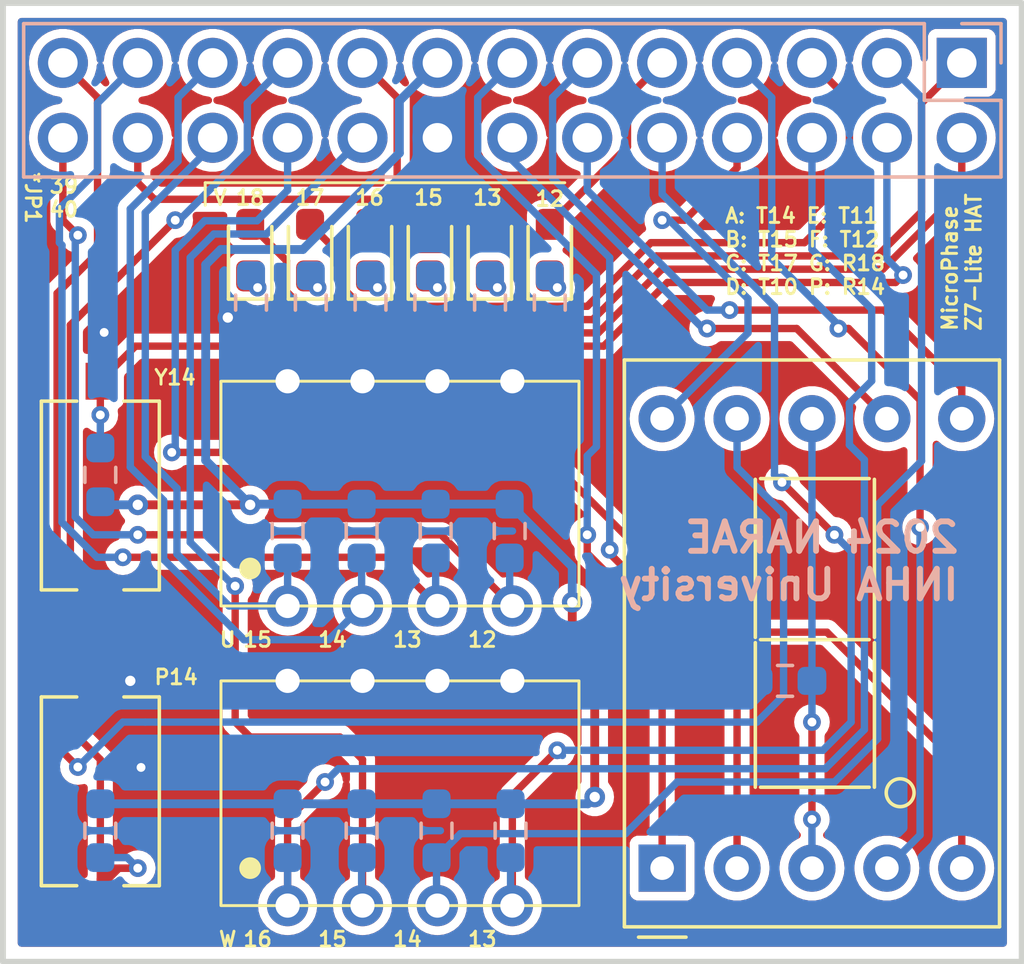
<source format=kicad_pcb>
(kicad_pcb (version 20240108) (generator "pcbnew") (generator_version "8.0")
  (layers (0 "F.Cu" signal) (31 "B.Cu" signal) (34 "B.Paste" user) (35 "F.Paste" user) (36 "B.SilkS" user "B.Silkscreen") (37 "F.SilkS" user "F.Silkscreen") (38 "B.Mask" user) (39 "F.Mask" user) (44 "Edge.Cuts" user))
  (net 0 "")
  (net 1 "/V12")
  (net 2 "Net-(D1-K)")
  (net 3 "Net-(D2-K)")
  (net 4 "/V13")
  (net 5 "Net-(D3-K)")
  (net 6 "/V15")
  (net 7 "Net-(D4-K)")
  (net 8 "/V16")
  (net 9 "Net-(D5-K)")
  (net 10 "/V17")
  (net 11 "/V18")
  (net 12 "Net-(D6-K)")
  (net 13 "GND")
  (net 14 "/T15")
  (net 15 "/Y14")
  (net 16 "/T10")
  (net 17 "/W13")
  (net 18 "+3.3V")
  (net 19 "/R14")
  (net 20 "/R18")
  (net 21 "/U13")
  (net 22 "/W16")
  (net 23 "/P14")
  (net 24 "/W14")
  (net 25 "/U12")
  (net 26 "/T11")
  (net 27 "/U15")
  (net 28 "/W15")
  (net 29 "/T17")
  (net 30 "/T14")
  (net 31 "/U14")
  (net 32 "/T12")
  (net 33 "Net-(R15-Pad1)")
  (footprint "myLibrary:KSD-04H" (layer "F.Cu") (at 50.8 102.235)
    (property "Reference" "SW1" (hide yes))
    (property "Value" "SW_DIP_x04" (hide yes))
    (pad "1" thru_hole circle (at -5.08 2.54) (size 1.4 1.4) (drill 0.82) (layers "*.Cu" "*.Mask") (net 27 "/U15"))
    (pad "2" thru_hole circle (at -2.54 2.54) (size 1.4 1.4) (drill 0.82) (layers "*.Cu" "*.Mask") (net 31 "/U14"))
    (pad "3" thru_hole circle (at 0 2.54) (size 1.4 1.4) (drill 0.82) (layers "*.Cu" "*.Mask") (net 21 "/U13"))
    (pad "4" thru_hole circle (at 2.54 2.54) (size 1.4 1.4) (drill 0.82) (layers "*.Cu" "*.Mask") (net 25 "/U12"))
    (pad "5" thru_hole circle (at 2.54 -5.08) (size 1.4 1.4) (drill 0.82) (layers "*.Cu" "*.Mask") (net 13 "GND"))
    (pad "6" thru_hole circle (at 0 -5.08) (size 1.4 1.4) (drill 0.82) (layers "*.Cu" "*.Mask") (net 13 "GND"))
    (pad "7" thru_hole circle (at -2.54 -5.08) (size 1.4 1.4) (drill 0.82) (layers "*.Cu" "*.Mask") (net 13 "GND"))
    (pad "8" thru_hole circle (at -5.08 -5.08) (size 1.4 1.4) (drill 0.82) (layers "*.Cu" "*.Mask") (net 13 "GND"))
  )
  (footprint "LED_SMD:LED_0603_1608Metric_Pad1.05x0.95mm_HandSolder" (layer "F.Cu") (at 46.482 92.71 90)
    (property "Reference" "D5" (hide yes))
    (property "Value" "LED" (hide yes))
    (pad "1" smd roundrect (at -0.875 0 90) (size 1.05 0.95) (layers "F.Cu" "F.Paste" "F.Mask") (net 9 "Net-(D5-K)"))
    (pad "2" smd roundrect (at 0.875 0 90) (size 1.05 0.95) (layers "F.Cu" "F.Paste" "F.Mask") (net 10 "/V17"))
  )
  (footprint "LED_SMD:LED_0603_1608Metric_Pad1.05x0.95mm_HandSolder" (layer "F.Cu") (at 52.578 92.71 90)
    (property "Reference" "D2" (hide yes))
    (property "Value" "LED" (hide yes))
    (pad "1" smd roundrect (at -0.875 0 90) (size 1.05 0.95) (layers "F.Cu" "F.Paste" "F.Mask") (net 3 "Net-(D2-K)"))
    (pad "2" smd roundrect (at 0.875 0 90) (size 1.05 0.95) (layers "F.Cu" "F.Paste" "F.Mask") (net 4 "/V13"))
  )
  (footprint "LED_SMD:LED_0603_1608Metric_Pad1.05x0.95mm_HandSolder" (layer "F.Cu") (at 48.514 92.71 90)
    (property "Reference" "D4" (hide yes))
    (property "Value" "LED" (hide yes))
    (pad "1" smd roundrect (at -0.875 0 90) (size 1.05 0.95) (layers "F.Cu" "F.Paste" "F.Mask") (net 7 "Net-(D4-K)"))
    (pad "2" smd roundrect (at 0.875 0 90) (size 1.05 0.95) (layers "F.Cu" "F.Paste" "F.Mask") (net 8 "/V16"))
  )
  (footprint "LED_SMD:LED_0603_1608Metric_Pad1.05x0.95mm_HandSolder" (layer "F.Cu") (at 44.45 92.71 90)
    (property "Reference" "D6" (hide yes))
    (property "Value" "LED" (hide yes))
    (pad "1" smd roundrect (at -0.875 0 90) (size 1.05 0.95) (layers "F.Cu" "F.Paste" "F.Mask") (net 12 "Net-(D6-K)"))
    (pad "2" smd roundrect (at 0.875 0 90) (size 1.05 0.95) (layers "F.Cu" "F.Paste" "F.Mask") (net 11 "/V18"))
  )
  (footprint "Button_Switch_SMD:SW_Tactile_SPST_NO_Straight_CK_PTS636Sx25SMTRLFS" (layer "F.Cu") (at 39.37 101.03 -90)
    (property "Reference" "SW3" (hide yes))
    (property "Value" "SW_Push" (hide yes))
    (pad "1" smd rect (at -3.875 0 270) (size 1.25 1) (layers "F.Cu" "F.Paste" "F.Mask") (net 15 "/Y14"))
    (pad "2" smd rect (at 3.875 0 270) (size 1.25 1) (layers "F.Cu" "F.Paste" "F.Mask") (net 13 "GND"))
  )
  (footprint "Button_Switch_SMD:SW_Tactile_SPST_NO_Straight_CK_PTS636Sx25SMTRLFS" (layer "F.Cu") (at 39.37 111.06 90)
    (property "Reference" "SW4" (hide yes))
    (property "Value" "SW_Push" (hide yes))
    (pad "1" smd rect (at -3.875 0 90) (size 1.25 1) (layers "F.Cu" "F.Paste" "F.Mask") (net 23 "/P14"))
    (pad "2" smd rect (at 3.875 0 90) (size 1.25 1) (layers "F.Cu" "F.Paste" "F.Mask") (net 13 "GND"))
  )
  (footprint "myLibrary:KSD-04H" (layer "F.Cu") (at 50.8 112.395)
    (property "Reference" "SW2" (hide yes))
    (property "Value" "SW_DIP_x04" (hide yes))
    (pad "1" thru_hole circle (at -5.08 2.54) (size 1.4 1.4) (drill 0.82) (layers "*.Cu" "*.Mask") (net 22 "/W16"))
    (pad "2" thru_hole circle (at -2.54 2.54) (size 1.4 1.4) (drill 0.82) (layers "*.Cu" "*.Mask") (net 28 "/W15"))
    (pad "3" thru_hole circle (at 0 2.54) (size 1.4 1.4) (drill 0.82) (layers "*.Cu" "*.Mask") (net 24 "/W14"))
    (pad "4" thru_hole circle (at 2.54 2.54) (size 1.4 1.4) (drill 0.82) (layers "*.Cu" "*.Mask") (net 17 "/W13"))
    (pad "5" thru_hole circle (at 2.54 -5.08) (size 1.4 1.4) (drill 0.82) (layers "*.Cu" "*.Mask") (net 13 "GND"))
    (pad "6" thru_hole circle (at 0 -5.08) (size 1.4 1.4) (drill 0.82) (layers "*.Cu" "*.Mask") (net 13 "GND"))
    (pad "7" thru_hole circle (at -2.54 -5.08) (size 1.4 1.4) (drill 0.82) (layers "*.Cu" "*.Mask") (net 13 "GND"))
    (pad "8" thru_hole circle (at -5.08 -5.08) (size 1.4 1.4) (drill 0.82) (layers "*.Cu" "*.Mask") (net 13 "GND"))
  )
  (footprint "LED_SMD:LED_0603_1608Metric_Pad1.05x0.95mm_HandSolder" (layer "F.Cu") (at 50.546 92.71 90)
    (property "Reference" "D3" (hide yes))
    (property "Value" "LED" (hide yes))
    (pad "1" smd roundrect (at -0.875 0 90) (size 1.05 0.95) (layers "F.Cu" "F.Paste" "F.Mask") (net 5 "Net-(D3-K)"))
    (pad "2" smd roundrect (at 0.875 0 90) (size 1.05 0.95) (layers "F.Cu" "F.Paste" "F.Mask") (net 6 "/V15"))
  )
  (footprint "LED_SMD:LED_0603_1608Metric_Pad1.05x0.95mm_HandSolder" (layer "F.Cu") (at 54.61 92.71 90)
    (property "Reference" "D1" (hide yes))
    (property "Value" "LED" (hide yes))
    (pad "1" smd roundrect (at -0.875 0 90) (size 1.05 0.95) (layers "F.Cu" "F.Paste" "F.Mask") (net 2 "Net-(D1-K)"))
    (pad "2" smd roundrect (at 0.875 0 90) (size 1.05 0.95) (layers "F.Cu" "F.Paste" "F.Mask") (net 1 "/V12"))
  )
  (footprint "Display_7Segment:D1X8K" (layer "F.Cu") (at 58.42 113.665 90)
    (property "Reference" "U1" (hide yes))
    (property "Value" "D148K" (hide yes))
    (pad "1" thru_hole rect (at 0 0) (size 1.6 1.6) (drill 0.8) (layers "*.Cu" "*.Mask") (net 26 "/T11"))
    (pad "2" thru_hole circle (at 0 2.54) (size 1.6 1.6) (drill 0.8) (layers "*.Cu" "*.Mask") (net 16 "/T10"))
    (pad "3" thru_hole circle (at 0 5.08) (size 1.6 1.6) (drill 0.8) (layers "*.Cu" "*.Mask") (net 33 "Net-(R15-Pad1)"))
    (pad "4" thru_hole circle (at 0 7.62) (size 1.6 1.6) (drill 0.8) (layers "*.Cu" "*.Mask") (net 29 "/T17"))
    (pad "5" thru_hole circle (at 0 10.16) (size 1.6 1.6) (drill 0.8) (layers "*.Cu" "*.Mask") (net 19 "/R14"))
    (pad "6" thru_hole circle (at 15.24 10.16) (size 1.6 1.6) (drill 0.8) (layers "*.Cu" "*.Mask") (net 14 "/T15"))
    (pad "7" thru_hole circle (at 15.24 7.62) (size 1.6 1.6) (drill 0.8) (layers "*.Cu" "*.Mask") (net 30 "/T14"))
    (pad "8" thru_hole circle (at 15.24 5.08) (size 1.6 1.6) (drill 0.8) (layers "*.Cu" "*.Mask") (net 33 "Net-(R15-Pad1)"))
    (pad "9" thru_hole circle (at 15.24 2.54) (size 1.6 1.6) (drill 0.8) (layers "*.Cu" "*.Mask") (net 32 "/T12"))
    (pad "10" thru_hole circle (at 15.24 0) (size 1.6 1.6) (drill 0.8) (layers "*.Cu" "*.Mask") (net 20 "/R18"))
  )
  (footprint "Resistor_SMD:R_0603_1608Metric_Pad0.98x0.95mm_HandSolder" (layer "B.Cu") (at 46.506 94.488 -90)
    (property "Reference" "R9" (hide yes))
    (property "Value" "220" (hide yes))
    (pad "1" smd roundrect (at -0.9125 0 270) (size 0.975 0.95) (layers "B.Cu" "B.Paste" "B.Mask") (net 9 "Net-(D5-K)"))
    (pad "2" smd roundrect (at 0.9125 0 270) (size 0.975 0.95) (layers "B.Cu" "B.Paste" "B.Mask") (net 13 "GND"))
  )
  (footprint "Resistor_SMD:R_0603_1608Metric_Pad0.98x0.95mm_HandSolder" (layer "B.Cu") (at 44.48 94.488 -90)
    (property "Reference" "R10" (hide yes))
    (property "Value" "220" (hide yes))
    (pad "1" smd roundrect (at -0.9125 0 270) (size 0.975 0.95) (layers "B.Cu" "B.Paste" "B.Mask") (net 12 "Net-(D6-K)"))
    (pad "2" smd roundrect (at 0.9125 0 270) (size 0.975 0.95) (layers "B.Cu" "B.Paste" "B.Mask") (net 13 "GND"))
  )
  (footprint "Resistor_SMD:R_0603_1608Metric_Pad0.98x0.95mm_HandSolder" (layer "B.Cu") (at 53.25 102.235 -90)
    (property "Reference" "R4" (hide yes))
    (property "Value" "1k" (hide yes))
    (pad "1" smd roundrect (at -0.9125 0 270) (size 0.975 0.95) (layers "B.Cu" "B.Paste" "B.Mask") (net 18 "+3.3V"))
    (pad "2" smd roundrect (at 0.9125 0 270) (size 0.975 0.95) (layers "B.Cu" "B.Paste" "B.Mask") (net 25 "/U12"))
  )
  (footprint "Resistor_SMD:R_0603_1608Metric_Pad0.98x0.95mm_HandSolder" (layer "B.Cu") (at 62.5875 107.315 180)
    (property "Reference" "R15" (hide yes))
    (property "Value" "220" (hide yes))
    (pad "1" smd roundrect (at -0.9125 0 180) (size 0.975 0.95) (layers "B.Cu" "B.Paste" "B.Mask") (net 33 "Net-(R15-Pad1)"))
    (pad "2" smd roundrect (at 0.9125 0 180) (size 0.975 0.95) (layers "B.Cu" "B.Paste" "B.Mask") (net 13 "GND"))
  )
  (footprint "Resistor_SMD:R_0603_1608Metric_Pad0.98x0.95mm_HandSolder" (layer "B.Cu") (at 50.77 112.395 -90)
    (property "Reference" "R13" (hide yes))
    (property "Value" "1k" (hide yes))
    (pad "1" smd roundrect (at -0.9125 0 270) (size 0.975 0.95) (layers "B.Cu" "B.Paste" "B.Mask") (net 18 "+3.3V"))
    (pad "2" smd roundrect (at 0.9125 0 270) (size 0.975 0.95) (layers "B.Cu" "B.Paste" "B.Mask") (net 24 "/W14"))
  )
  (footprint "Resistor_SMD:R_0603_1608Metric_Pad0.98x0.95mm_HandSolder" (layer "B.Cu") (at 52.584 94.488 -90)
    (property "Reference" "R6" (hide yes))
    (property "Value" "220" (hide yes))
    (pad "1" smd roundrect (at -0.9125 0 270) (size 0.975 0.95) (layers "B.Cu" "B.Paste" "B.Mask") (net 3 "Net-(D2-K)"))
    (pad "2" smd roundrect (at 0.9125 0 270) (size 0.975 0.95) (layers "B.Cu" "B.Paste" "B.Mask") (net 13 "GND"))
  )
  (footprint "Resistor_SMD:R_0603_1608Metric_Pad0.98x0.95mm_HandSolder" (layer "B.Cu") (at 45.72 112.395 -90)
    (property "Reference" "R11" (hide yes))
    (property "Value" "1k" (hide yes))
    (pad "1" smd roundrect (at -0.9125 0 270) (size 0.975 0.95) (layers "B.Cu" "B.Paste" "B.Mask") (net 18 "+3.3V"))
    (pad "2" smd roundrect (at 0.9125 0 270) (size 0.975 0.95) (layers "B.Cu" "B.Paste" "B.Mask") (net 22 "/W16"))
  )
  (footprint "Resistor_SMD:R_0603_1608Metric_Pad0.98x0.95mm_HandSolder" (layer "B.Cu") (at 39.37 112.395 -90)
    (property "Reference" "R17" (hide yes))
    (property "Value" "1k" (hide yes))
    (pad "1" smd roundrect (at -0.9125 0 270) (size 0.975 0.95) (layers "B.Cu" "B.Paste" "B.Mask") (net 18 "+3.3V"))
    (pad "2" smd roundrect (at 0.9125 0 270) (size 0.975 0.95) (layers "B.Cu" "B.Paste" "B.Mask") (net 23 "/P14"))
  )
  (footprint "Resistor_SMD:R_0603_1608Metric_Pad0.98x0.95mm_HandSolder" (layer "B.Cu") (at 54.61 94.488 -90)
    (property "Reference" "R5" (hide yes))
    (property "Value" "220" (hide yes))
    (pad "1" smd roundrect (at -0.9125 0 270) (size 0.975 0.95) (layers "B.Cu" "B.Paste" "B.Mask") (net 2 "Net-(D1-K)"))
    (pad "2" smd roundrect (at 0.9125 0 270) (size 0.975 0.95) (layers "B.Cu" "B.Paste" "B.Mask") (net 13 "GND"))
  )
  (footprint "Resistor_SMD:R_0603_1608Metric_Pad0.98x0.95mm_HandSolder" (layer "B.Cu") (at 50.74 102.235 -90)
    (property "Reference" "R3" (hide yes))
    (property "Value" "1k" (hide yes))
    (pad "1" smd roundrect (at -0.9125 0 270) (size 0.975 0.95) (layers "B.Cu" "B.Paste" "B.Mask") (net 18 "+3.3V"))
    (pad "2" smd roundrect (at 0.9125 0 270) (size 0.975 0.95) (layers "B.Cu" "B.Paste" "B.Mask") (net 21 "/U13"))
  )
  (footprint "Resistor_SMD:R_0603_1608Metric_Pad0.98x0.95mm_HandSolder" (layer "B.Cu") (at 39.37 100.33 90)
    (property "Reference" "R16" (hide yes))
    (property "Value" "1k" (hide yes))
    (pad "1" smd roundrect (at -0.9125 0 90) (size 0.975 0.95) (layers "B.Cu" "B.Paste" "B.Mask") (net 18 "+3.3V"))
    (pad "2" smd roundrect (at 0.9125 0 90) (size 0.975 0.95) (layers "B.Cu" "B.Paste" "B.Mask") (net 15 "/Y14"))
  )
  (footprint "Resistor_SMD:R_0603_1608Metric_Pad0.98x0.95mm_HandSolder" (layer "B.Cu") (at 45.72 102.235 -90)
    (property "Reference" "R1" (hide yes))
    (property "Value" "1k" (hide yes))
    (pad "1" smd roundrect (at -0.9125 0 270) (size 0.975 0.95) (layers "B.Cu" "B.Paste" "B.Mask") (net 18 "+3.3V"))
    (pad "2" smd roundrect (at 0.9125 0 270) (size 0.975 0.95) (layers "B.Cu" "B.Paste" "B.Mask") (net 27 "/U15"))
  )
  (footprint "Resistor_SMD:R_0603_1608Metric_Pad0.98x0.95mm_HandSolder" (layer "B.Cu") (at 50.558 94.488 -90)
    (property "Reference" "R7" (hide yes))
    (property "Value" "220" (hide yes))
    (pad "1" smd roundrect (at -0.9125 0 270) (size 0.975 0.95) (layers "B.Cu" "B.Paste" "B.Mask") (net 5 "Net-(D3-K)"))
    (pad "2" smd roundrect (at 0.9125 0 270) (size 0.975 0.95) (layers "B.Cu" "B.Paste" "B.Mask") (net 13 "GND"))
  )
  (footprint "Resistor_SMD:R_0603_1608Metric_Pad0.98x0.95mm_HandSolder" (layer "B.Cu") (at 48.23 112.395 -90)
    (property "Reference" "R12" (hide yes))
    (property "Value" "1k" (hide yes))
    (pad "1" smd roundrect (at -0.9125 0 270) (size 0.975 0.95) (layers "B.Cu" "B.Paste" "B.Mask") (net 18 "+3.3V"))
    (pad "2" smd roundrect (at 0.9125 0 270) (size 0.975 0.95) (layers "B.Cu" "B.Paste" "B.Mask") (net 28 "/W15"))
  )
  (footprint "Resistor_SMD:R_0603_1608Metric_Pad0.98x0.95mm_HandSolder" (layer "B.Cu") (at 48.23 102.235 -90)
    (property "Reference" "R2" (hide yes))
    (property "Value" "1k" (hide yes))
    (pad "1" smd roundrect (at -0.9125 0 270) (size 0.975 0.95) (layers "B.Cu" "B.Paste" "B.Mask") (net 18 "+3.3V"))
    (pad "2" smd roundrect (at 0.9125 0 270) (size 0.975 0.95) (layers "B.Cu" "B.Paste" "B.Mask") (net 31 "/U14"))
  )
  (footprint "Resistor_SMD:R_0603_1608Metric_Pad0.98x0.95mm_HandSolder" (layer "B.Cu") (at 48.532 94.488 -90)
    (property "Reference" "R8" (hide yes))
    (property "Value" "220" (hide yes))
    (pad "1" smd roundrect (at -0.9125 0 270) (size 0.975 0.95) (layers "B.Cu" "B.Paste" "B.Mask") (net 7 "Net-(D4-K)"))
    (pad "2" smd roundrect (at 0.9125 0 270) (size 0.975 0.95) (layers "B.Cu" "B.Paste" "B.Mask") (net 13 "GND"))
  )
  (footprint "Resistor_SMD:R_0603_1608Metric_Pad0.98x0.95mm_HandSolder" (layer "B.Cu") (at 53.28 112.395 -90)
    (property "Reference" "R14" (hide yes))
    (property "Value" "1k" (hide yes))
    (pad "1" smd roundrect (at -0.9125 0 270) (size 0.975 0.95) (layers "B.Cu" "B.Paste" "B.Mask") (net 18 "+3.3V"))
    (pad "2" smd roundrect (at 0.9125 0 270) (size 0.975 0.95) (layers "B.Cu" "B.Paste" "B.Mask") (net 17 "/W13"))
  )
  (footprint "Connector_PinSocket_2.54mm:PinSocket_2x13_P2.54mm_Vertical" (layer "B.Cu") (at 68.58 86.36 90)
    (property "Reference" "J1" (hide yes))
    (property "Value" "Conn_02x13_Odd_Even" (hide yes))
    (pad "1" thru_hole rect (at 0 0 90) (size 1.7 1.7) (drill 1) (layers "*.Cu" "*.Mask") (net 10 "/V17"))
    (pad "2" thru_hole oval (at -2.54 0 90) (size 1.7 1.7) (drill 1) (layers "*.Cu" "*.Mask") (net 11 "/V18"))
    (pad "3" thru_hole oval (at 0 -2.54 90) (size 1.7 1.7) (drill 1) (layers "*.Cu" "*.Mask") (net 24 "/W14"))
    (pad "4" thru_hole oval (at -2.54 -2.54 90) (size 1.7 1.7) (drill 1) (layers "*.Cu" "*.Mask") (net 15 "/Y14"))
    (pad "5" thru_hole oval (at 0 -5.08 90) (size 1.7 1.7) (drill 1) (layers "*.Cu" "*.Mask") (net 8 "/V16"))
    (pad "6" thru_hole oval (at -2.54 -5.08 90) (size 1.7 1.7) (drill 1) (layers "*.Cu" "*.Mask") (net 22 "/W16"))
    (pad "7" thru_hole oval (at 0 -7.62 90) (size 1.7 1.7) (drill 1) (layers "*.Cu" "*.Mask") (net 29 "/T17"))
    (pad "8" thru_hole oval (at -2.54 -7.62 90) (size 1.7 1.7) (drill 1) (layers "*.Cu" "*.Mask") (net 20 "/R18"))
    (pad "9" thru_hole oval (at 0 -10.16 90) (size 1.7 1.7) (drill 1) (layers "*.Cu" "*.Mask") (net 1 "/V12"))
    (pad "10" thru_hole oval (at -2.54 -10.16 90) (size 1.7 1.7) (drill 1) (layers "*.Cu" "*.Mask") (net 17 "/W13"))
    (pad "11" thru_hole oval (at 0 -12.7 90) (size 1.7 1.7) (drill 1) (layers "*.Cu" "*.Mask") (net 30 "/T14"))
    (pad "12" thru_hole oval (at -2.54 -12.7 90) (size 1.7 1.7) (drill 1) (layers "*.Cu" "*.Mask") (net 14 "/T15"))
    (pad "13" thru_hole oval (at 0 -15.24 90) (size 1.7 1.7) (drill 1) (layers "*.Cu" "*.Mask") (net 26 "/T11"))
    (pad "14" thru_hole oval (at -2.54 -15.24 90) (size 1.7 1.7) (drill 1) (layers "*.Cu" "*.Mask") (net 16 "/T10"))
    (pad "15" thru_hole oval (at 0 -17.78 90) (size 1.7 1.7) (drill 1) (layers "*.Cu" "*.Mask") (net 18 "+3.3V"))
    (pad "16" thru_hole oval (at -2.54 -17.78 90) (size 1.7 1.7) (drill 1) (layers "*.Cu" "*.Mask") (net 13 "GND"))
    (pad "17" thru_hole oval (at 0 -20.32 90) (size 1.7 1.7) (drill 1) (layers "*.Cu" "*.Mask") (net 6 "/V15"))
    (pad "18" thru_hole oval (at -2.54 -20.32 90) (size 1.7 1.7) (drill 1) (layers "*.Cu" "*.Mask") (net 28 "/W15"))
    (pad "19" thru_hole oval (at 0 -22.86 90) (size 1.7 1.7) (drill 1) (layers "*.Cu" "*.Mask") (net 23 "/P14"))
    (pad "20" thru_hole oval (at -2.54 -22.86 90) (size 1.7 1.7) (drill 1) (layers "*.Cu" "*.Mask") (net 19 "/R14"))
    (pad "21" thru_hole oval (at 0 -25.4 90) (size 1.7 1.7) (drill 1) (layers "*.Cu" "*.Mask") (net 31 "/U14"))
    (pad "22" thru_hole oval (at -2.54 -25.4 90) (size 1.7 1.7) (drill 1) (layers "*.Cu" "*.Mask") (net 27 "/U15"))
    (pad "23" thru_hole oval (at 0 -27.94 90) (size 1.7 1.7) (drill 1) (layers "*.Cu" "*.Mask") (net 21 "/U13"))
    (pad "24" thru_hole oval (at -2.54 -27.94 90) (size 1.7 1.7) (drill 1) (layers "*.Cu" "*.Mask") (net 4 "/V13"))
    (pad "25" thru_hole oval (at 0 -30.48 90) (size 1.7 1.7) (drill 1) (layers "*.Cu" "*.Mask") (net 32 "/T12"))
    (pad "26" thru_hole oval (at -2.54 -30.48 90) (size 1.7 1.7) (drill 1) (layers "*.Cu" "*.Mask") (net 25 "/U12"))
  )
  (gr_line (start 42.926 90.424) (end 55.118 90.424) (stroke (width 0.1)) (layer "F.SilkS"))
  (gr_line (start 42.926 91.186) (end 42.926 90.424) (stroke (width 0.1)) (layer "F.SilkS"))
  (gr_rect (start 36.068 84.328) (end 70.612 116.84) (stroke (width 0.2)) (fill none) (layer "Edge.Cuts"))
  (gr_text "2024 NARAE\nINHA University" (at 68.58 104.648 0) (layer "B.SilkS") (effects (font (size 1 1) (thickness 0.2) (bold yes)) (justify left bottom mirror)))
  (gr_text "15" (at 50.5 90.932 0) (layer "F.SilkS") (effects (font (size 0.5 0.5) (thickness 0.1) (bold yes))))
  (gr_text "13" (at 52.324 116.078 0) (layer "F.SilkS") (effects (font (size 0.5 0.5) (thickness 0.1) (bold yes))))
  (gr_text "V" (at 43.434 90.932 0) (layer "F.SilkS") (effects (font (size 0.5 0.5) (thickness 0.1) (bold yes))))
  (gr_text "15" (at 44.704 105.918 0) (layer "F.SilkS") (effects (font (size 0.5 0.5) (thickness 0.1) (bold yes))))
  (gr_text "15" (at 47.244 116.078 0) (layer "F.SilkS") (effects (font (size 0.5 0.5) (thickness 0.1) (bold yes))))
  (gr_text "13" (at 52.5 90.932 0) (layer "F.SilkS") (effects (font (size 0.5 0.5) (thickness 0.1) (bold yes))))
  (gr_text "U" (at 43.688 105.918 0) (layer "F.SilkS") (effects (font (size 0.5 0.5) (thickness 0.1) (bold yes))))
  (gr_text "14" (at 49.784 116.078 0) (layer "F.SilkS") (effects (font (size 0.5 0.5) (thickness 0.1) (bold yes))))
  (gr_text "13" (at 49.784 105.918 0) (layer "F.SilkS") (effects (font (size 0.5 0.5) (thickness 0.1) (bold yes))))
  (gr_text "*JP1" (at 37.084 90.932 270) (layer "F.SilkS") (effects (font (size 0.5 0.5) (thickness 0.1) (bold yes))))
  (gr_text "12" (at 54.61 90.678 0) (layer "F.SilkS") (effects (font (size 0.5 0.5) (thickness 0.1) (bold yes)) (justify top)))
  (gr_text "16" (at 44.704 116.078 0) (layer "F.SilkS") (effects (font (size 0.5 0.5) (thickness 0.1) (bold yes))))
  (gr_text "MicroPhase\nZ7-Lite HAT" (at 68.58 95.504 90) (layer "F.SilkS") (effects (font (size 0.5 0.5) (thickness 0.1) (bold yes)) (justify left)))
  (gr_text "16" (at 48.5 90.932 0) (layer "F.SilkS") (effects (font (size 0.5 0.5) (thickness 0.1) (bold yes))))
  (gr_text "12" (at 52.324 105.918 0) (layer "F.SilkS") (effects (font (size 0.5 0.5) (thickness 0.1) (bold yes))))
  (gr_text "17" (at 46.482 90.932 0) (layer "F.SilkS") (effects (font (size 0.5 0.5) (thickness 0.1) (bold yes))))
  (gr_text "39\n40" (at 37.592 90.932 0) (layer "F.SilkS") (effects (font (size 0.5 0.5) (thickness 0.1) (bold yes)) (justify left)))
  (gr_text "18" (at 44.45 90.932 0) (layer "F.SilkS") (effects (font (size 0.5 0.5) (thickness 0.1) (bold yes))))
  (gr_text "W" (at 43.688 116.078 0) (layer "F.SilkS") (effects (font (size 0.5 0.5) (thickness 0.1) (bold yes))))
  (gr_text "14" (at 47.244 105.918 0) (layer "F.SilkS") (effects (font (size 0.5 0.5) (thickness 0.1) (bold yes))))
  (gr_text "A: T14 E: T11\nB: T15 F: T12\nC: T17 G: R18\nD: T10 P: R14" (at 60.5 92.75 0) (layer "F.SilkS") (effects (font (size 0.5 0.5) (thickness 0.1) (bold yes)) (justify left)))
  (gr_text "P14" (at 41.148 107.188 0) (layer "F.SilkS") (effects (font (size 0.5 0.5) (thickness 0.1) (bold yes)) (justify left)))
  (gr_text "Y14" (at 41.148 97.028 0) (layer "F.SilkS") (effects (font (size 0.5 0.5) (thickness 0.1) (bold yes)) (justify left)))
  (segment (start 54.61 91.835) (end 57.245 89.2) (width 0.25) (layer "F.Cu") (net 1))
  (segment (start 57.245 87.535) (end 58.42 86.36) (width 0.25) (layer "F.Cu") (net 1))
  (segment (start 57.245 89.2) (end 57.245 87.535) (width 0.25) (layer "F.Cu") (net 1))
  (segment (start 54.61 93.585) (end 54.61 93.726) (width 0.25) (layer "F.Cu") (net 2))
  (segment (start 54.61 93.726) (end 54.864 93.98) (width 0.25) (layer "F.Cu") (net 2))
  (via (at 54.864 93.98) (size 0.6) (drill 0.3) (layers "F.Cu" "B.Cu") (net 2))
  (segment (start 54.864 93.8295) (end 54.61 93.5755) (width 0.25) (layer "B.Cu") (net 2))
  (segment (start 54.864 93.98) (end 54.864 93.8295) (width 0.25) (layer "B.Cu") (net 2))
  (segment (start 52.578 93.585) (end 52.578 93.726) (width 0.25) (layer "F.Cu") (net 3))
  (segment (start 52.578 93.726) (end 52.832 93.98) (width 0.25) (layer "F.Cu") (net 3))
  (via (at 52.832 93.98) (size 0.6) (drill 0.3) (layers "F.Cu" "B.Cu") (net 3))
  (segment (start 52.832 93.98) (end 52.832 93.8235) (width 0.25) (layer "B.Cu") (net 3))
  (segment (start 52.832 93.8235) (end 52.584 93.5755) (width 0.25) (layer "B.Cu") (net 3))
  (segment (start 48.991076 90.985) (end 41.201 90.985) (width 0.25) (layer "F.Cu") (net 4))
  (segment (start 41.201 90.985) (end 40.64 90.424) (width 0.25) (layer "F.Cu") (net 4))
  (segment (start 52.578 91.835) (end 51.728 92.685) (width 0.25) (layer "F.Cu") (net 4))
  (segment (start 51.728 92.685) (end 50.068924 92.685) (width 0.25) (layer "F.Cu") (net 4))
  (segment (start 49.746 92.362076) (end 49.746 91.739924) (width 0.25) (layer "F.Cu") (net 4))
  (segment (start 49.746 91.739924) (end 48.991076 90.985) (width 0.25) (layer "F.Cu") (net 4))
  (segment (start 40.64 90.424) (end 40.64 88.9) (width 0.25) (layer "F.Cu") (net 4))
  (segment (start 50.068924 92.685) (end 49.746 92.362076) (width 0.25) (layer "F.Cu") (net 4))
  (segment (start 50.546 93.726) (end 50.8 93.98) (width 0.25) (layer "F.Cu") (net 5))
  (segment (start 50.546 93.585) (end 50.546 93.726) (width 0.25) (layer "F.Cu") (net 5))
  (via (at 50.8 93.98) (size 0.6) (drill 0.3) (layers "F.Cu" "B.Cu") (net 5))
  (segment (start 50.8 93.8175) (end 50.558 93.5755) (width 0.25) (layer "B.Cu") (net 5))
  (segment (start 50.8 93.98) (end 50.8 93.8175) (width 0.25) (layer "B.Cu") (net 5))
  (segment (start 49.435 90.724) (end 49.435 87.535) (width 0.25) (layer "F.Cu") (net 6))
  (segment (start 49.435 87.535) (end 48.26 86.36) (width 0.25) (layer "F.Cu") (net 6))
  (segment (start 50.546 91.835) (end 49.435 90.724) (width 0.25) (layer "F.Cu") (net 6))
  (segment (start 48.514 93.585) (end 48.514 93.726) (width 0.25) (layer "F.Cu") (net 7))
  (segment (start 48.514 93.726) (end 48.768 93.98) (width 0.25) (layer "F.Cu") (net 7))
  (via (at 48.768 93.98) (size 0.6) (drill 0.3) (layers "F.Cu" "B.Cu") (net 7))
  (segment (start 48.768 93.8115) (end 48.532 93.5755) (width 0.25) (layer "B.Cu") (net 7))
  (segment (start 48.768 93.98) (end 48.768 93.8115) (width 0.25) (layer "B.Cu") (net 7))
  (segment (start 58.039 92.456) (end 63.246 92.456) (width 0.25) (layer "F.Cu") (net 8))
  (segment (start 50.165 94.615) (end 55.88 94.615) (width 0.25) (layer "F.Cu") (net 8))
  (segment (start 48.514 91.835) (end 49.746 93.067) (width 0.25) (layer "F.Cu") (net 8))
  (segment (start 49.746 94.196) (end 50.165 94.615) (width 0.25) (layer "F.Cu") (net 8))
  (segment (start 64.77 87.63) (end 63.5 86.36) (width 0.25) (layer "F.Cu") (net 8))
  (segment (start 55.88 94.615) (end 58.039 92.456) (width 0.25) (layer "F.Cu") (net 8))
  (segment (start 49.746 93.067) (end 49.746 94.196) (width 0.25) (layer "F.Cu") (net 8))
  (segment (start 63.246 92.456) (end 64.77 90.932) (width 0.25) (layer "F.Cu") (net 8))
  (segment (start 64.77 90.932) (end 64.77 87.63) (width 0.25) (layer "F.Cu") (net 8))
  (segment (start 46.482 93.585) (end 46.482 93.726) (width 0.25) (layer "F.Cu") (net 9))
  (segment (start 46.482 93.726) (end 46.736 93.98) (width 0.25) (layer "F.Cu") (net 9))
  (via (at 46.736 93.98) (size 0.6) (drill 0.3) (layers "F.Cu" "B.Cu") (net 9))
  (segment (start 46.736 93.98) (end 46.736 93.8055) (width 0.25) (layer "B.Cu") (net 9))
  (segment (start 46.736 93.8055) (end 46.506 93.5755) (width 0.25) (layer "B.Cu") (net 9))
  (segment (start 67.215 91.409396) (end 67.215 87.725) (width 0.25) (layer "F.Cu") (net 10))
  (segment (start 48.666924 95.065) (end 56.066396 95.065) (width 0.25) (layer "F.Cu") (net 10))
  (segment (start 58.225396 92.906) (end 65.718396 92.906) (width 0.25) (layer "F.Cu") (net 10))
  (segment (start 47.714 93.067) (end 47.714 94.112076) (width 0.25) (layer "F.Cu") (net 10))
  (segment (start 65.718396 92.906) (end 67.215 91.409396) (width 0.25) (layer "F.Cu") (net 10))
  (segment (start 67.215 87.725) (end 68.58 86.36) (width 0.25) (layer "F.Cu") (net 10))
  (segment (start 46.482 91.835) (end 47.714 93.067) (width 0.25) (layer "F.Cu") (net 10))
  (segment (start 56.066396 95.065) (end 58.225396 92.906) (width 0.25) (layer "F.Cu") (net 10))
  (segment (start 47.714 94.112076) (end 48.666924 95.065) (width 0.25) (layer "F.Cu") (net 10))
  (segment (start 56.252792 95.515) (end 58.411792 93.356) (width 0.25) (layer "F.Cu") (net 11))
  (segment (start 45.682 93.067) (end 45.682 94.112076) (width 0.25) (layer "F.Cu") (net 11))
  (segment (start 65.904792 93.356) (end 68.58 90.680792) (width 0.25) (layer "F.Cu") (net 11))
  (segment (start 44.45 91.835) (end 45.682 93.067) (width 0.25) (layer "F.Cu") (net 11))
  (segment (start 58.411792 93.356) (end 65.904792 93.356) (width 0.25) (layer "F.Cu") (net 11))
  (segment (start 47.084924 95.515) (end 56.252792 95.515) (width 0.25) (layer "F.Cu") (net 11))
  (segment (start 68.58 90.680792) (end 68.58 88.9) (width 0.25) (layer "F.Cu") (net 11))
  (segment (start 45.682 94.112076) (end 47.084924 95.515) (width 0.25) (layer "F.Cu") (net 11))
  (segment (start 44.45 93.726) (end 44.704 93.98) (width 0.25) (layer "F.Cu") (net 12))
  (segment (start 44.45 93.585) (end 44.45 93.726) (width 0.25) (layer "F.Cu") (net 12))
  (via (at 44.704 93.98) (size 0.6) (drill 0.3) (layers "F.Cu" "B.Cu") (net 12))
  (segment (start 44.704 93.7995) (end 44.48 93.5755) (width 0.25) (layer "B.Cu") (net 12))
  (segment (start 44.704 93.98) (end 44.704 93.7995) (width 0.25) (layer "B.Cu") (net 12))
  (segment (start 39.37 107.185) (end 39.621 107.185) (width 0.3) (layer "F.Cu") (net 13))
  (segment (start 45.72 97.155) (end 53.34 97.155) (width 0.3) (layer "F.Cu") (net 13))
  (segment (start 39.37 100.838) (end 43.053 97.155) (width 0.3) (layer "F.Cu") (net 13))
  (segment (start 43.053 97.155) (end 45.72 97.155) (width 0.3) (layer "F.Cu") (net 13))
  (segment (start 39.37 104.905) (end 39.37 100.838) (width 0.3) (layer "F.Cu") (net 13))
  (segment (start 39.621 107.185) (end 39.751 107.315) (width 0.3) (layer "F.Cu") (net 13))
  (segment (start 39.751 107.315) (end 40.386 107.315) (width 0.3) (layer "F.Cu") (net 13))
  (segment (start 39.37 107.185) (end 39.37 104.905) (width 0.3) (layer "F.Cu") (net 13))
  (via (at 40.386 107.315) (size 0.7) (drill 0.35) (layers "F.Cu" "B.Cu") (net 13))
  (via (at 40.75 110.25) (size 0.6) (drill 0.3) (layers "F.Cu" "B.Cu") (net 13))
  (via (at 43.693 94.996) (size 0.7) (drill 0.35) (layers "F.Cu" "B.Cu") (net 13))
  (via (at 39.5 95.5) (size 0.6) (drill 0.3) (layers "F.Cu" "B.Cu") (net 13))
  (segment (start 44.0975 95.4005) (end 43.693 94.996) (width 0.3) (layer "B.Cu") (net 13))
  (segment (start 59.436 107.315) (end 61.675 107.315) (width 0.3) (layer "B.Cu") (net 13))
  (segment (start 51.65 93.726) (end 51.65 96.305) (width 0.3) (layer "B.Cu") (net 13))
  (segment (start 51.65 89.75) (end 51.65 93.726) (width 0.3) (layer "B.Cu") (net 13))
  (segment (start 51.65 93.726) (end 51.65 95.3125) (width 0.3) (layer "B.Cu") (net 13))
  (segment (start 51.65 96.305) (end 50.8 97.155) (width 0.3) (layer "B.Cu") (net 13))
  (segment (start 44.48 95.4005) (end 44.0975 95.4005) (width 0.3) (layer "B.Cu") (net 13))
  (segment (start 44.48 95.4005) (end 51.562 95.4005) (width 0.3) (layer "B.Cu") (net 13))
  (segment (start 51.562 95.4005) (end 54.61 95.4005) (width 0.3) (layer "B.Cu") (net 13))
  (segment (start 51.65 95.3125) (end 51.562 95.4005) (width 0.3) (layer "B.Cu") (net 13))
  (segment (start 50.8 88.9) (end 51.65 89.75) (width 0.3) (layer "B.Cu") (net 13))
  (segment (start 45.72 107.315) (end 40.386 107.315) (width 0.3) (layer "B.Cu") (net 13))
  (segment (start 45.72 107.315) (end 59.436 107.315) (width 0.3) (layer "B.Cu") (net 13))
  (segment (start 66.04 94.835) (end 67.08 95.875) (width 0.25) (layer "F.Cu") (net 14))
  (segment (start 65.947 94.742) (end 60.706 94.742) (width 0.25) (layer "F.Cu") (net 14))
  (segment (start 68.58 97.375) (end 65.947 94.742) (width 0.25) (layer "F.Cu") (net 14))
  (segment (start 67.08 95.875) (end 68.58 97.375) (width 0.25) (layer "F.Cu") (net 14))
  (segment (start 68.58 98.425) (end 68.58 97.375) (width 0.25) (layer "F.Cu") (net 14))
  (via (at 60.706 94.742) (size 0.6) (drill 0.3) (layers "F.Cu" "B.Cu") (net 14))
  (segment (start 55.88 90.678) (end 59.944 94.742) (width 0.25) (layer "B.Cu") (net 14))
  (segment (start 60.706 94.742) (end 59.944 94.742) (width 0.25) (layer "B.Cu") (net 14))
  (segment (start 55.88 88.9) (end 55.88 90.678) (width 0.25) (layer "B.Cu") (net 14))
  (segment (start 58.598188 93.806) (end 65.741324 93.806) (width 0.25) (layer "F.Cu") (net 15))
  (segment (start 39.37 97.155) (end 40.56 95.965) (width 0.25) (layer "F.Cu") (net 15))
  (segment (start 40.56 95.965) (end 56.439188 95.965) (width 0.25) (layer "F.Cu") (net 15))
  (segment (start 56.439188 95.965) (end 58.598188 93.806) (width 0.25) (layer "F.Cu") (net 15))
  (segment (start 39.37 98.298) (end 39.37 97.155) (width 0.25) (layer "F.Cu") (net 15))
  (segment (start 66.338676 93.806) (end 66.590001 93.554675) (width 0.25) (layer "F.Cu") (net 15))
  (segment (start 65.741324 93.806) (end 66.338676 93.806) (width 0.25) (layer "F.Cu") (net 15))
  (via (at 66.590001 93.554675) (size 0.6) (drill 0.3) (layers "F.Cu" "B.Cu") (net 15))
  (via (at 39.37 98.298) (size 0.6) (drill 0.3) (layers "F.Cu" "B.Cu") (net 15))
  (segment (start 66.04 93.004674) (end 66.04 88.9) (width 0.25) (layer "B.Cu") (net 15))
  (segment (start 39.37 98.298) (end 39.37 99.4175) (width 0.25) (layer "B.Cu") (net 15))
  (segment (start 66.590001 93.554675) (end 66.04 93.004674) (width 0.25) (layer "B.Cu") (net 15))
  (segment (start 56.642 102.995604) (end 56.642 102.87) (width 0.25) (layer "F.Cu") (net 16))
  (segment (start 58.484198 104.837802) (end 56.642 102.995604) (width 0.25) (layer "F.Cu") (net 16))
  (segment (start 58.484198 104.837802) (end 60.96 107.313604) (width 0.25) (layer "F.Cu") (net 16))
  (segment (start 60.96 107.313604) (end 60.96 113.665) (width 0.25) (layer "F.Cu") (net 16))
  (via (at 56.642 102.87) (size 0.6) (drill 0.3) (layers "F.Cu" "B.Cu") (net 16))
  (segment (start 53.34 88.9) (end 53.34 89.662) (width 0.25) (layer "B.Cu") (net 16))
  (segment (start 53.34 89.662) (end 56.388 92.71) (width 0.25) (layer "B.Cu") (net 16))
  (segment (start 56.642 99.568) (end 56.642 102.87) (width 0.25) (layer "B.Cu") (net 16))
  (segment (start 56.642 92.964) (end 56.642 99.568) (width 0.25) (layer "B.Cu") (net 16))
  (segment (start 56.388 92.71) (end 56.642 92.964) (width 0.25) (layer "B.Cu") (net 16))
  (segment (start 62.484 100.584) (end 64.262 102.362) (width 0.25) (layer "F.Cu") (net 17))
  (segment (start 53.34 114.935) (end 53.34 111.193) (width 0.25) (layer "F.Cu") (net 17))
  (segment (start 53.34 111.193) (end 54.864 109.669) (width 0.25) (layer "F.Cu") (net 17))
  (via (at 62.484 100.584) (size 0.6) (drill 0.3) (layers "F.Cu" "B.Cu") (net 17))
  (via (at 54.864 109.669) (size 0.6) (drill 0.3) (layers "F.Cu" "B.Cu") (net 17))
  (via (at 64.262 102.362) (size 0.6) (drill 0.3) (layers "F.Cu" "B.Cu") (net 17))
  (segment (start 53.28 113.3075) (end 53.28 114.875) (width 0.25) (layer "B.Cu") (net 17))
  (segment (start 63.871 109.669) (end 64.828 108.712) (width 0.25) (layer "B.Cu") (net 17))
  (segment (start 64.828 102.928) (end 64.262 102.362) (width 0.25) (layer "B.Cu") (net 17))
  (segment (start 55.039 109.844) (end 54.864 109.669) (width 0.25) (layer "B.Cu") (net 17))
  (segment (start 54.864 109.669) (end 63.871 109.669) (width 0.25) (layer "B.Cu") (net 17))
  (segment (start 53.28 114.875) (end 53.34 114.935) (width 0.25) (layer "B.Cu") (net 17))
  (segment (start 62.23 94.620116) (end 62.23 100.33) (width 0.25) (layer "B.Cu") (net 17))
  (segment (start 58.42 88.9) (end 58.42 90.810116) (width 0.25) (layer "B.Cu") (net 17))
  (segment (start 62.23 100.33) (end 62.484 100.584) (width 0.25) (layer "B.Cu") (net 17))
  (segment (start 58.42 90.810116) (end 62.23 94.620116) (width 0.25) (layer "B.Cu") (net 17))
  (segment (start 64.828 102.928) (end 64.828 108.712) (width 0.25) (layer "B.Cu") (net 17))
  (segment (start 56.134 106.426) (end 56.134 111.252) (width 0.3) (layer "F.Cu") (net 18))
  (segment (start 55.372 104.648) (end 55.372 105.664) (width 0.3) (layer "F.Cu") (net 18))
  (segment (start 55.372 105.664) (end 56.134 106.426) (width 0.3) (layer "F.Cu") (net 18))
  (segment (start 44.45 101.346) (end 40.64 101.346) (width 0.3) (layer "F.Cu") (net 18))
  (via (at 56.134 111.252) (size 0.7) (drill 0.35) (layers "F.Cu" "B.Cu") (net 18))
  (via (at 40.64 101.346) (size 0.7) (drill 0.35) (layers "F.Cu" "B.Cu") (net 18))
  (via (at 55.372 104.648) (size 0.7) (drill 0.35) (layers "F.Cu" "B.Cu") (net 18))
  (via (at 44.45 101.346) (size 0.7) (drill 0.35) (layers "F.Cu" "B.Cu") (net 18))
  (segment (start 42.943 93.201) (end 42.943 99.568) (width 0.3) (layer "B.Cu") (net 18))
  (segment (start 49.51 87.65) (end 49.51 89.417767) (width 0.3) (layer "B.Cu") (net 18))
  (segment (start 40.64 101.346) (end 39.4735 101.346) (width 0.3) (layer "B.Cu") (net 18))
  (segment (start 44.4735 101.3225) (end 44.45 101.346) (width 0.3) (layer "B.Cu") (net 18))
  (segment (start 55.372 103.4445) (end 55.372 104.648) (width 0.3) (layer "B.Cu") (net 18))
  (segment (start 53.28 111.4825) (end 55.9035 111.4825) (width 0.3) (layer "B.Cu") (net 18))
  (segment (start 45.72 101.3225) (end 44.4735 101.3225) (width 0.3) (layer "B.Cu") (net 18))
  (segment (start 42.943 99.839) (end 42.943 99.568) (width 0.3) (layer "B.Cu") (net 18))
  (segment (start 49.51 89.417767) (end 46.239767 92.688) (width 0.3) (layer "B.Cu") (net 18))
  (segment (start 39.4735 101.346) (end 39.37 101.2425) (width 0.3) (layer "B.Cu") (net 18))
  (segment (start 53.28 111.4825) (end 39.37 111.4825) (width 0.3) (layer "B.Cu") (net 18))
  (segment (start 50.8 86.36) (end 49.51 87.65) (width 0.3) (layer "B.Cu") (net 18))
  (segment (start 43.456 92.688) (end 42.943 93.201) (width 0.3) (layer "B.Cu") (net 18))
  (segment (start 53.25 101.3225) (end 55.372 103.4445) (width 0.3) (layer "B.Cu") (net 18))
  (segment (start 45.72 101.3225) (end 53.25 101.3225) (width 0.3) (layer "B.Cu") (net 18))
  (segment (start 55.9035 111.4825) (end 56.134 111.252) (width 0.3) (layer "B.Cu") (net 18))
  (segment (start 44.45 101.346) (end 42.943 99.839) (width 0.3) (layer "B.Cu") (net 18))
  (segment (start 46.239767 92.688) (end 43.456 92.688) (width 0.3) (layer "B.Cu") (net 18))
  (segment (start 60.452 105.664) (end 64.008 105.664) (width 0.25) (layer "F.Cu") (net 19))
  (segment (start 41.793 99.568) (end 54.356 99.568) (width 0.25) (layer "F.Cu") (net 19))
  (segment (start 54.356 99.568) (end 60.452 105.664) (width 0.25) (layer "F.Cu") (net 19))
  (segment (start 68.58 110.236) (end 68.58 113.665) (width 0.25) (layer "F.Cu") (net 19))
  (segment (start 64.008 105.664) (end 68.58 110.236) (width 0.25) (layer "F.Cu") (net 19))
  (via (at 41.793 99.568) (size 0.6) (drill 0.3) (layers "F.Cu" "B.Cu") (net 19))
  (segment (start 42.164 92.456) (end 41.91 92.71) (width 0.25) (layer "B.Cu") (net 19))
  (segment (start 42.907 91.713) (end 42.164 92.456) (width 0.25) (layer "B.Cu") (net 19))
  (segment (start 41.91 92.71) (end 41.91 93.726) (width 0.25) (layer "B.Cu") (net 19))
  (segment (start 45.72 88.9) (end 45.72 90.678) (width 0.25) (layer "B.Cu") (net 19))
  (segment (start 45.72 90.678) (end 44.685 91.713) (width 0.25) (layer "B.Cu") (net 19))
  (segment (start 41.91 99.451) (end 41.793 99.568) (width 0.25) (layer "B.Cu") (net 19))
  (segment (start 43.568 91.713) (end 42.907 91.713) (width 0.25) (layer "B.Cu") (net 19))
  (segment (start 41.91 93.726) (end 41.91 99.451) (width 0.25) (layer "B.Cu") (net 19))
  (segment (start 44.685 91.713) (end 43.568 91.713) (width 0.25) (layer "B.Cu") (net 19))
  (segment (start 60.96 89.916) (end 60.96 88.9) (width 0.25) (layer "F.Cu") (net 20))
  (segment (start 59.182 91.694) (end 60.96 89.916) (width 0.25) (layer "F.Cu") (net 20))
  (segment (start 58.42 91.694) (end 59.182 91.694) (width 0.25) (layer "F.Cu") (net 20))
  (via (at 58.42 91.694) (size 0.6) (drill 0.3) (layers "F.Cu" "B.Cu") (net 20))
  (segment (start 61.331 95.514) (end 61.331 94.357512) (width 0.25) (layer "B.Cu") (net 20))
  (segment (start 61.331 94.357512) (end 58.667488 91.694) (width 0.25) (layer "B.Cu") (net 20))
  (segment (start 58.667488 91.694) (end 58.42 91.694) (width 0.25) (layer "B.Cu") (net 20))
  (segment (start 58.42 98.425) (end 61.331 95.514) (width 0.25) (layer "B.Cu") (net 20))
  (segment (start 40.132 103.124) (end 49.149 103.124) (width 0.25) (layer "F.Cu") (net 21))
  (segment (start 49.149 103.124) (end 50.8 104.775) (width 0.25) (layer "F.Cu") (net 21))
  (via (at 40.132 103.124) (size 0.6) (drill 0.3) (layers "F.Cu" "B.Cu") (net 21))
  (segment (start 40.132 103.124) (end 39.254816 103.124) (width 0.25) (layer "B.Cu") (net 21))
  (segment (start 50.74 104.715) (end 50.8 104.775) (width 0.25) (layer "B.Cu") (net 21))
  (segment (start 39.275 87.725) (end 40.64 86.36) (width 0.25) (layer "B.Cu") (net 21))
  (segment (start 39.254816 103.124) (end 38.07 101.939184) (width 0.25) (layer "B.Cu") (net 21))
  (segment (start 37.983 91.303) (end 39.275 90.011) (width 0.25) (layer "B.Cu") (net 21))
  (segment (start 38.07 92.543) (end 37.983 92.456) (width 0.25) (layer "B.Cu") (net 21))
  (segment (start 37.983 92.456) (end 37.983 91.303) (width 0.25) (layer "B.Cu") (net 21))
  (segment (start 50.74 103.1475) (end 50.74 104.715) (width 0.25) (layer "B.Cu") (net 21))
  (segment (start 39.275 90.011) (end 39.275 87.725) (width 0.25) (layer "B.Cu") (net 21))
  (segment (start 38.07 101.939184) (end 38.07 92.543) (width 0.25) (layer "B.Cu") (net 21))
  (segment (start 46.99 110.744) (end 45.72 112.014) (width 0.25) (layer "F.Cu") (net 22))
  (segment (start 45.72 112.014) (end 45.72 114.935) (width 0.25) (layer "F.Cu") (net 22))
  (via (at 46.99 110.744) (size 0.6) (drill 0.3) (layers "F.Cu" "B.Cu") (net 22))
  (segment (start 63.95 110.294) (end 65.278 108.966) (width 0.25) (layer "B.Cu") (net 22))
  (segment (start 65.524 97.145) (end 65.524 94.708422) (width 0.25) (layer "B.Cu") (net 22))
  (segment (start 64.77 99.314) (end 64.77 97.899) (width 0.25) (layer "B.Cu") (net 22))
  (segment (start 64.77 97.899) (end 65.524 97.145) (width 0.25) (layer "B.Cu") (net 22))
  (segment (start 65.278 108.966) (end 65.278 99.822) (width 0.25) (layer "B.Cu") (net 22))
  (segment (start 47.44 110.294) (end 63.95 110.294) (width 0.25) (layer "B.Cu") (net 22))
  (segment (start 45.72 113.3075) (end 45.72 114.935) (width 0.25) (layer "B.Cu") (net 22))
  (segment (start 46.99 110.744) (end 47.44 110.294) (width 0.25) (layer "B.Cu") (net 22))
  (segment (start 65.278 99.822) (end 64.77 99.314) (width 0.25) (layer "B.Cu") (net 22))
  (segment (start 65.524 94.708422) (end 64.782789 93.967211) (width 0.25) (layer "B.Cu") (net 22))
  (segment (start 64.782789 93.967211) (end 63.5 92.684423) (width 0.25) (layer "B.Cu") (net 22))
  (segment (start 63.5 92.684423) (end 63.5 88.9) (width 0.25) (layer "B.Cu") (net 22))
  (segment (start 39.37 109.982) (end 39.37 113.538) (width 0.25) (layer "F.Cu") (net 23))
  (segment (start 40.005 113.665) (end 40.64 113.665) (width 0.25) (layer "F.Cu") (net 23))
  (segment (start 39.37 114.3) (end 40.005 113.665) (width 0.25) (layer "F.Cu") (net 23))
  (segment (start 38.354 95.25) (end 38.354 108.966) (width 0.25) (layer "F.Cu") (net 23))
  (segment (start 39.37 114.046) (end 39.37 114.935) (width 0.25) (layer "F.Cu") (net 23))
  (segment (start 39.751 113.665) (end 39.37 114.046) (width 0.25) (layer "F.Cu") (net 23))
  (segment (start 39.37 113.538) (end 39.37 114.046) (width 0.25) (layer "F.Cu") (net 23))
  (segment (start 38.354 108.966) (end 39.37 109.982) (width 0.25) (layer "F.Cu") (net 23))
  (segment (start 41.91 91.694) (end 38.354 95.25) (width 0.25) (layer "F.Cu") (net 23))
  (segment (start 39.37 114.935) (end 39.37 114.3) (width 0.25) (layer "F.Cu") (net 23))
  (segment (start 39.497 113.665) (end 39.37 113.538) (width 0.25) (layer "F.Cu") (net 23))
  (segment (start 40.64 113.665) (end 39.497 113.665) (width 0.25) (layer "F.Cu") (net 23))
  (segment (start 40.64 113.665) (end 39.751 113.665) (width 0.25) (layer "F.Cu") (net 23))
  (via (at 41.91 91.694) (size 0.6) (drill 0.3) (layers "F.Cu" "B.Cu") (net 23))
  (via (at 40.64 113.665) (size 0.6) (drill 0.3) (layers "F.Cu" "B.Cu") (net 23))
  (segment (start 40.2825 113.3075) (end 40.64 113.665) (width 0.25) (layer "B.Cu") (net 23))
  (segment (start 39.37 113.3075) (end 40.2825 113.3075) (width 0.25) (layer "B.Cu") (net 23))
  (segment (start 44.355 89.386701) (end 42.047701 91.694) (width 0.25) (layer "B.Cu") (net 23))
  (segment (start 44.355 87.725) (end 44.355 89.386701) (width 0.25) (layer "B.Cu") (net 23))
  (segment (start 42.047701 91.694) (end 41.91 91.694) (width 0.25) (layer "B.Cu") (net 23))
  (segment (start 45.72 86.36) (end 44.355 87.725) (width 0.25) (layer "B.Cu") (net 23))
  (segment (start 65.728 109.278) (end 65.728 101.346) (width 0.25) (layer "B.Cu") (net 24))
  (segment (start 65.728 101.346) (end 67.215 99.859) (width 0.25) (layer "B.Cu") (net 24))
  (segment (start 51.5825 112.495) (end 57.177 112.495) (width 0.25) (layer "B.Cu") (net 24))
  (segment (start 50.77 114.905) (end 50.8 114.935) (width 0.25) (layer "B.Cu") (net 24))
  (segment (start 50.77 113.3075) (end 51.5825 112.495) (width 0.25) (layer "B.Cu") (net 24))
  (segment (start 67.215 87.535) (end 66.04 86.36) (width 0.25) (layer "B.Cu") (net 24))
  (segment (start 58.928 110.744) (end 64.262 110.744) (width 0.25) (layer "B.Cu") (net 24))
  (segment (start 64.262 110.744) (end 65.728 109.278) (width 0.25) (layer "B.Cu") (net 24))
  (segment (start 57.177 112.495) (end 58.928 110.744) (width 0.25) (layer "B.Cu") (net 24))
  (segment (start 67.215 99.859) (end 67.215 87.535) (width 0.25) (layer "B.Cu") (net 24))
  (segment (start 50.77 113.3075) (end 50.77 114.905) (width 0.25) (layer "B.Cu") (net 24))
  (segment (start 41.148 102.362) (end 40.64 102.362) (width 0.25) (layer "F.Cu") (net 25))
  (segment (start 38.608 92.202) (end 38.1 91.694) (width 0.25) (layer "F.Cu") (net 25))
  (segment (start 50.927 102.362) (end 41.148 102.362) (width 0.25) (layer "F.Cu") (net 25))
  (segment (start 53.34 104.775) (end 50.927 102.362) (width 0.25) (layer "F.Cu") (net 25))
  (segment (start 38.1 91.694) (end 38.1 88.9) (width 0.25) (layer "F.Cu") (net 25))
  (via (at 40.64 102.362) (size 0.6) (drill 0.3) (layers "F.Cu" "B.Cu") (net 25))
  (via (at 38.608 92.202) (size 0.6) (drill 0.3) (layers "F.Cu" "B.Cu") (net 25))
  (segment (start 53.25 103.1475) (end 53.25 104.685) (width 0.25) (layer "B.Cu") (net 25))
  (segment (start 53.25 104.685) (end 53.34 104.775) (width 0.25) (layer "B.Cu") (net 25))
  (segment (start 40.64 102.362) (end 39.129212 102.362) (width 0.25) (layer "B.Cu") (net 25))
  (segment (start 39.129212 102.362) (end 38.52 101.752788) (width 0.25) (layer "B.Cu") (net 25))
  (segment (start 38.52 101.752788) (end 38.52 92.29) (width 0.25) (layer "B.Cu") (net 25))
  (segment (start 38.52 92.29) (end 38.608 92.202) (width 0.25) (layer "B.Cu") (net 25))
  (segment (start 55.88 102.362) (end 55.88 102.991884) (width 0.25) (layer "F.Cu") (net 26))
  (segment (start 55.88 102.991884) (end 58.42 105.531884) (width 0.25) (layer "F.Cu") (net 26))
  (segment (start 58.42 105.531884) (end 58.42 113.665) (width 0.25) (layer "F.Cu") (net 26))
  (via (at 55.88 102.362) (size 0.6) (drill 0.3) (layers "F.Cu" "B.Cu") (net 26))
  (segment (start 53.34 86.36) (end 52.165 87.535) (width 0.25) (layer "B.Cu") (net 26))
  (segment (start 52.165 87.535) (end 52.165 89.503) (width 0.25) (layer "B.Cu") (net 26))
  (segment (start 52.165 89.503) (end 56.192 93.53) (width 0.25) (layer "B.Cu") (net 26))
  (segment (start 55.88 99.684) (end 56.192 99.372) (width 0.25) (layer "B.Cu") (net 26))
  (segment (start 55.88 102.362) (end 55.88 99.684) (width 0.25) (layer "B.Cu") (net 26))
  (segment (start 56.192 93.53) (end 56.192 99.372) (width 0.25) (layer "B.Cu") (net 26))
  (segment (start 43.732616 104.775) (end 45.72 104.775) (width 0.25) (layer "B.Cu") (net 27))
  (segment (start 40.894 99.711564) (end 41.491415 100.308979) (width 0.25) (layer "B.Cu") (net 27))
  (segment (start 43.18 88.9) (end 43.18 89.154) (width 0.25) (layer "B.Cu") (net 27))
  (segment (start 43.18 89.154) (end 40.894 91.44) (width 0.25) (layer "B.Cu") (net 27))
  (segment (start 40.894 91.44) (end 40.894 93.472) (width 0.25) (layer "B.Cu") (net 27))
  (segment (start 41.968 100.785564) (end 41.968 102.362) (width 0.25) (layer "B.Cu") (net 27))
  (segment (start 45.72 103.1475) (end 45.72 104.775) (width 0.25) (layer "B.Cu") (net 27))
  (segment (start 40.894 93.472) (end 40.894 99.711564) (width 0.25) (layer "B.Cu") (net 27))
  (segment (start 41.968 103.010384) (end 43.732616 104.775) (width 0.25) (layer "B.Cu") (net 27))
  (segment (start 41.491415 100.308979) (end 41.968 100.785564) (width 0.25) (layer "B.Cu") (net 27))
  (segment (start 41.968 102.362) (end 41.968 103.010384) (width 0.25) (layer "B.Cu") (net 27))
  (segment (start 47.498 109.22) (end 48.26 109.982) (width 0.25) (layer "F.Cu") (net 28))
  (segment (start 43.942 104.1005) (end 43.942 106.68) (width 0.25) (layer "F.Cu") (net 28))
  (segment (start 44.45 109.22) (end 47.498 109.22) (width 0.25) (layer "F.Cu") (net 28))
  (segment (start 48.26 109.982) (end 48.26 114.935) (width 0.25) (layer "F.Cu") (net 28))
  (segment (start 43.942 108.712) (end 44.45 109.22) (width 0.25) (layer "F.Cu") (net 28))
  (segment (start 43.942 108.712) (end 43.942 106.68) (width 0.25) (layer "F.Cu") (net 28))
  (via (at 43.942 104.1005) (size 0.6) (drill 0.3) (layers "F.Cu" "B.Cu") (net 28))
  (segment (start 48.23 114.905) (end 48.26 114.935) (width 0.25) (layer "B.Cu") (net 28))
  (segment (start 42.418 92.964) (end 42.418 102.616) (width 0.25) (layer "B.Cu") (net 28))
  (segment (start 48.23 113.3075) (end 48.23 114.905) (width 0.25) (layer "B.Cu") (net 28))
  (segment (start 43.9025 104.1005) (end 43.942 104.1005) (width 0.25) (layer "B.Cu") (net 28))
  (segment (start 43.219 92.163) (end 42.418 92.964) (width 0.25) (layer "B.Cu") (net 28))
  (segment (start 42.418 102.616) (end 43.9025 104.1005) (width 0.25) (layer "B.Cu") (net 28))
  (segment (start 48.26 88.9) (end 44.997 92.163) (width 0.25) (layer "B.Cu") (net 28))
  (segment (start 44.997 92.163) (end 43.219 92.163) (width 0.25) (layer "B.Cu") (net 28))
  (segment (start 67.165 97.79) (end 64.742 95.367) (width 0.25) (layer "F.Cu") (net 29))
  (segment (start 64.742 95.367) (end 64.394116 95.367) (width 0.25) (layer "F.Cu") (net 29))
  (segment (start 67.165 102.108) (end 67.165 97.79) (width 0.25) (layer "F.Cu") (net 29))
  (via (at 64.394116 95.367) (size 0.6) (drill 0.3) (layers "F.Cu" "B.Cu") (net 29))
  (via (at 67.165 102.108) (size 0.6) (drill 0.3) (layers "F.Cu" "B.Cu") (net 29))
  (segment (start 67.165 112.54) (end 67.165 102.108) (width 0.25) (layer "B.Cu") (net 29))
  (segment (start 64.201058 95.056942) (end 64.394116 95.25) (width 0.25) (layer "B.Cu") (net 29))
  (segment (start 62.135 92.990884) (end 64.394116 95.25) (width 0.25) (layer "B.Cu") (net 29))
  (segment (start 62.135 92.990884) (end 64.201058 95.056942) (width 0.25) (layer "B.Cu") (net 29))
  (segment (start 66.04 113.665) (end 67.165 112.54) (width 0.25) (layer "B.Cu") (net 29))
  (segment (start 64.394116 95.25) (end 64.394116 95.367) (width 0.25) (layer "B.Cu") (net 29))
  (segment (start 60.96 86.36) (end 62.135 87.535) (width 0.25) (layer "B.Cu") (net 29))
  (segment (start 62.135 87.535) (end 62.135 92.990884) (width 0.25) (layer "B.Cu") (net 29))
  (segment (start 64.3255 96.7105) (end 66.04 98.425) (width 0.25) (layer "F.Cu") (net 30))
  (segment (start 64.3255 96.7105) (end 62.982 95.367) (width 0.25) (layer "F.Cu") (net 30))
  (segment (start 62.982 95.367) (end 59.944 95.367) (width 0.25) (layer "F.Cu") (net 30))
  (via (at 59.944 95.367) (size 0.6) (drill 0.3) (layers "F.Cu" "B.Cu") (net 30))
  (segment (start 58.928 94.488) (end 54.705 90.265) (width 0.25) (layer "B.Cu") (net 30))
  (segment (start 54.705 90.265) (end 54.705 87.535) (width 0.25) (layer "B.Cu") (net 30))
  (segment (start 54.705 87.535) (end 55.88 86.36) (width 0.25) (layer "B.Cu") (net 30))
  (segment (start 59.69 95.25) (end 58.928 94.488) (width 0.25) (layer "B.Cu") (net 30))
  (segment (start 58.928 94.488) (end 59.807 95.367) (width 0.25) (layer "B.Cu") (net 30))
  (segment (start 48.23 104.745) (end 48.26 104.775) (width 0.25) (layer "B.Cu") (net 31))
  (segment (start 48.23 103.1475) (end 48.23 104.745) (width 0.25) (layer "B.Cu") (net 31))
  (segment (start 40.386 91.311604) (end 40.386 100.066695) (width 0.25) (layer "B.Cu") (net 31))
  (segment (start 42.005 89.692604) (end 40.386 91.311604) (width 0.25) (layer "B.Cu") (net 31))
  (segment (start 47.117 105.918) (end 48.26 104.775) (width 0.25) (layer "B.Cu") (net 31))
  (segment (start 43.18 86.36) (end 42.005 87.535) (width 0.25) (layer "B.Cu") (net 31))
  (segment (start 41.518 101.198695) (end 41.518 103.19678) (width 0.25) (layer "B.Cu") (net 31))
  (segment (start 42.005 87.535) (end 42.005 89.692604) (width 0.25) (layer "B.Cu") (net 31))
  (segment (start 41.518 103.19678) (end 44.23922 105.918) (width 0.25) (layer "B.Cu") (net 31))
  (segment (start 44.23922 105.918) (end 47.117 105.918) (width 0.25) (layer "B.Cu") (net 31))
  (segment (start 40.386 100.066695) (end 41.518 101.198695) (width 0.25) (layer "B.Cu") (net 31))
  (segment (start 38.1 86.36) (end 39.275 87.535) (width 0.25) (layer "F.Cu") (net 32))
  (segment (start 37.904 109.532) (end 38.608 110.236) (width 0.25) (layer "F.Cu") (net 32))
  (segment (start 39.275 87.535) (end 39.275 92.805) (width 0.25) (layer "F.Cu") (net 32))
  (segment (start 39.275 92.805) (end 37.904 94.176) (width 0.25) (layer "F.Cu") (net 32))
  (segment (start 37.904 94.176) (end 37.904 109.532) (width 0.25) (layer "F.Cu") (net 32))
  (via (at 38.608 110.236) (size 0.6) (drill 0.3) (layers "F.Cu" "B.Cu") (net 32))
  (segment (start 62.5375 107.812788) (end 62.5375 101.6535) (width 0.25) (layer "B.Cu") (net 32))
  (segment (start 60.96 100.076) (end 60.96 98.425) (width 0.25) (layer "B.Cu") (net 32))
  (segment (start 62.5375 101.6535) (end 60.96 100.076) (width 0.25) (layer "B.Cu") (net 32))
  (segment (start 40.894 108.712) (end 40.132 108.712) (width 0.25) (layer "B.Cu") (net 32))
  (segment (start 40.132 108.712) (end 38.608 110.236) (width 0.25) (layer "B.Cu") (net 32))
  (segment (start 61.638288 108.712) (end 62.5375 107.812788) (width 0.25) (layer "B.Cu") (net 32))
  (segment (start 40.894 108.712) (end 61.638288 108.712) (width 0.25) (layer "B.Cu") (net 32))
  (segment (start 63.5 108.712) (end 63.5 112.014) (width 0.25) (layer "F.Cu") (net 33))
  (via (at 63.5 108.712) (size 0.6) (drill 0.3) (layers "F.Cu" "B.Cu") (net 33))
  (via (at 63.5 112.014) (size 0.6) (drill 0.3) (layers "F.Cu" "B.Cu") (net 33))
  (segment (start 63.5 98.425) (end 63.5 107.315) (width 0.25) (layer "B.Cu") (net 33))
  (segment (start 63.5 113.665) (end 63.5 112.014) (width 0.25) (layer "B.Cu") (net 33))
  (segment (start 63.5 107.315) (end 63.5 108.712) (width 0.25) (layer "B.Cu") (net 33))
  (zone (net 13) (net_name "GND") (layers "F&B.Cu") (name "GND") (connect_pads yes (clearance 0.3)) (min_thickness 0.25) (fill yes (thermal_gap 0.5) (thermal_bridge_width 0.5))
    (polygon (pts (xy 36.322 84.836) (xy 36.322 116.332) (xy 70.358 116.332) (xy 70.358 84.836)))
  )
)
</source>
